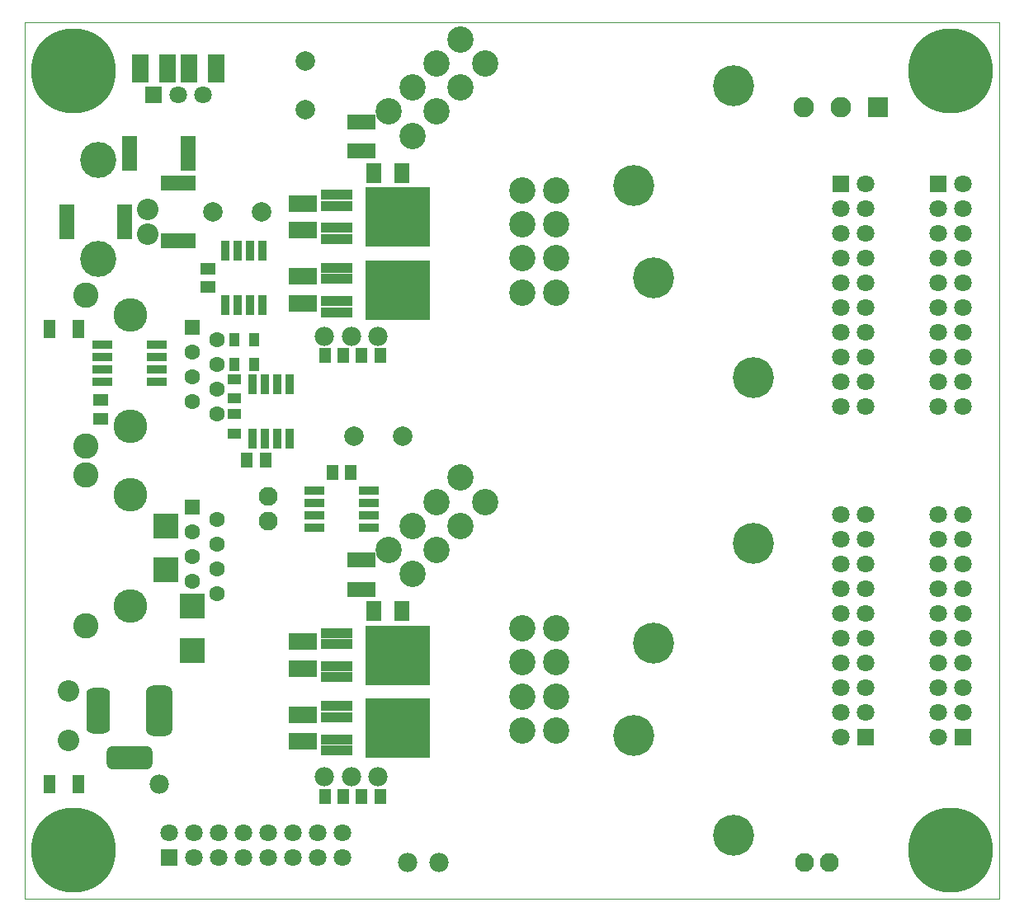
<source format=gbs>
G04 Layer_Color=16711935*
%FSLAX25Y25*%
%MOIN*%
G70*
G01*
G75*
%ADD29C,0.00394*%
%ADD69R,0.05918X0.04737*%
%ADD70R,0.05721X0.04343*%
%ADD71R,0.04737X0.05918*%
%ADD75R,0.06902X0.11824*%
%ADD76R,0.11824X0.06902*%
%ADD77C,0.07690*%
%ADD78C,0.07800*%
%ADD79C,0.07099*%
%ADD80R,0.07099X0.07099*%
%ADD81C,0.07887*%
%ADD82C,0.16548*%
%ADD83C,0.08674*%
%ADD84C,0.13595*%
%ADD85C,0.10249*%
%ADD86C,0.06312*%
%ADD87R,0.06312X0.06312*%
%ADD88C,0.14579*%
%ADD89C,0.10642*%
G04:AMPARAMS|DCode=90|XSize=185.16mil|YSize=96.58mil|CornerRadius=26.15mil|HoleSize=0mil|Usage=FLASHONLY|Rotation=270.000|XOffset=0mil|YOffset=0mil|HoleType=Round|Shape=RoundedRectangle|*
%AMROUNDEDRECTD90*
21,1,0.18516,0.04429,0,0,270.0*
21,1,0.13287,0.09658,0,0,270.0*
1,1,0.05229,-0.02215,-0.06644*
1,1,0.05229,-0.02215,0.06644*
1,1,0.05229,0.02215,0.06644*
1,1,0.05229,0.02215,-0.06644*
%
%ADD90ROUNDEDRECTD90*%
G04:AMPARAMS|DCode=91|XSize=185.16mil|YSize=96.58mil|CornerRadius=26.15mil|HoleSize=0mil|Usage=FLASHONLY|Rotation=0.000|XOffset=0mil|YOffset=0mil|HoleType=Round|Shape=RoundedRectangle|*
%AMROUNDEDRECTD91*
21,1,0.18516,0.04429,0,0,0.0*
21,1,0.13287,0.09658,0,0,0.0*
1,1,0.05229,0.06644,-0.02215*
1,1,0.05229,-0.06644,-0.02215*
1,1,0.05229,-0.06644,0.02215*
1,1,0.05229,0.06644,0.02215*
%
%ADD91ROUNDEDRECTD91*%
G04:AMPARAMS|DCode=92|XSize=204.85mil|YSize=106.42mil|CornerRadius=28.61mil|HoleSize=0mil|Usage=FLASHONLY|Rotation=90.000|XOffset=0mil|YOffset=0mil|HoleType=Round|Shape=RoundedRectangle|*
%AMROUNDEDRECTD92*
21,1,0.20485,0.04921,0,0,90.0*
21,1,0.14764,0.10642,0,0,90.0*
1,1,0.05721,0.02461,0.07382*
1,1,0.05721,0.02461,-0.07382*
1,1,0.05721,-0.02461,-0.07382*
1,1,0.05721,-0.02461,0.07382*
%
%ADD92ROUNDEDRECTD92*%
%ADD93C,0.08280*%
%ADD94R,0.08280X0.08280*%
%ADD95R,0.07099X0.07099*%
%ADD96C,0.34265*%
%ADD97R,0.05131X0.07690*%
%ADD98R,0.03320X0.08280*%
%ADD99R,0.08280X0.03320*%
%ADD100R,0.04343X0.05721*%
%ADD101R,0.11627X0.05918*%
%ADD102R,0.14186X0.06115*%
%ADD103R,0.06115X0.14186*%
%ADD104R,0.12611X0.03950*%
%ADD105R,0.26391X0.24422*%
%ADD106R,0.06312X0.08477*%
%ADD107R,0.09855X0.09855*%
D29*
X0Y-177165D02*
X393701D01*
X0D02*
Y177165D01*
X393701Y-177165D02*
Y177165D01*
X0D02*
X393701D01*
D69*
X30512Y16929D02*
D03*
Y24409D02*
D03*
X73819Y70079D02*
D03*
Y77559D02*
D03*
D70*
X84646Y10827D02*
D03*
Y18701D02*
D03*
Y32854D02*
D03*
Y24980D02*
D03*
D71*
X89764Y0D02*
D03*
X97244D02*
D03*
X136024Y42323D02*
D03*
X143504D02*
D03*
X124213Y-4921D02*
D03*
X131693D02*
D03*
X136024Y-135827D02*
D03*
X143504D02*
D03*
X121260Y42323D02*
D03*
X128740D02*
D03*
X121260Y-135827D02*
D03*
X128740D02*
D03*
D75*
X57579Y158465D02*
D03*
X46752D02*
D03*
X66437D02*
D03*
X77264D02*
D03*
D76*
X112205Y74311D02*
D03*
Y63484D02*
D03*
Y103839D02*
D03*
Y93012D02*
D03*
Y-73327D02*
D03*
Y-84153D02*
D03*
Y-102854D02*
D03*
Y-113681D02*
D03*
D77*
X98425Y-24685D02*
D03*
Y-14685D02*
D03*
X324882Y-162402D02*
D03*
X314882D02*
D03*
D78*
X154528D02*
D03*
X54134Y-130905D02*
D03*
X167323Y-162402D02*
D03*
X131890Y50197D02*
D03*
X121063Y50197D02*
D03*
X142717Y50197D02*
D03*
X142717Y-127953D02*
D03*
X131890D02*
D03*
X121063D02*
D03*
D79*
X72008Y147638D02*
D03*
X62008D02*
D03*
X128347Y-150512D02*
D03*
Y-160512D02*
D03*
X118347Y-150512D02*
D03*
Y-160512D02*
D03*
X108346Y-150512D02*
D03*
Y-160512D02*
D03*
X98347Y-150512D02*
D03*
Y-160512D02*
D03*
X88346Y-150512D02*
D03*
Y-160512D02*
D03*
X78347Y-150512D02*
D03*
Y-160512D02*
D03*
X68347Y-150512D02*
D03*
Y-160512D02*
D03*
X58346Y-150512D02*
D03*
X379016Y111929D02*
D03*
X369016Y101929D02*
D03*
X379016D02*
D03*
X369016Y91929D02*
D03*
X379016D02*
D03*
X369016Y81929D02*
D03*
X379016D02*
D03*
X369016Y71929D02*
D03*
X379016D02*
D03*
X369016Y61929D02*
D03*
X379016D02*
D03*
X369016Y51929D02*
D03*
X379016D02*
D03*
X369016Y41929D02*
D03*
X379016D02*
D03*
X369016Y31929D02*
D03*
X379016D02*
D03*
X369016Y21929D02*
D03*
X379016D02*
D03*
X339646Y111929D02*
D03*
X329646Y101929D02*
D03*
X339646D02*
D03*
X329646Y91929D02*
D03*
X339646D02*
D03*
X329646Y81929D02*
D03*
X339646D02*
D03*
X329646Y71929D02*
D03*
X339646D02*
D03*
X329646Y61929D02*
D03*
X339646D02*
D03*
X329646Y51929D02*
D03*
X339646D02*
D03*
X329646Y41929D02*
D03*
X339646D02*
D03*
X329646Y31929D02*
D03*
X339646D02*
D03*
X329646Y21929D02*
D03*
X339646D02*
D03*
X369016Y-111929D02*
D03*
X379016Y-101929D02*
D03*
X369016D02*
D03*
X379016Y-91929D02*
D03*
X369016D02*
D03*
X379016Y-81929D02*
D03*
X369016D02*
D03*
X379016Y-71929D02*
D03*
X369016D02*
D03*
X379016Y-61929D02*
D03*
X369016D02*
D03*
X379016Y-51929D02*
D03*
X369016D02*
D03*
X379016Y-41929D02*
D03*
X369016D02*
D03*
X379016Y-31929D02*
D03*
X369016D02*
D03*
X379016Y-21929D02*
D03*
X369016D02*
D03*
X329646Y-111929D02*
D03*
X339646Y-101929D02*
D03*
X329646D02*
D03*
X339646Y-91929D02*
D03*
X329646D02*
D03*
X339646Y-81929D02*
D03*
X329646D02*
D03*
X339646Y-71929D02*
D03*
X329646D02*
D03*
X339646Y-61929D02*
D03*
X329646D02*
D03*
X339646Y-51929D02*
D03*
X329646D02*
D03*
X339646Y-41929D02*
D03*
X329646D02*
D03*
X339646Y-31929D02*
D03*
X329646D02*
D03*
X339646Y-21929D02*
D03*
X329646D02*
D03*
D80*
X52008Y147638D02*
D03*
X58346Y-160512D02*
D03*
D81*
X95472Y100394D02*
D03*
X75787D02*
D03*
X113189Y161417D02*
D03*
Y141732D02*
D03*
X132874Y9843D02*
D03*
X152559D02*
D03*
D82*
X294291Y-33465D02*
D03*
X253937Y-73819D02*
D03*
Y73819D02*
D03*
X294291Y33465D02*
D03*
X246063Y-111221D02*
D03*
X286417Y-151575D02*
D03*
Y151575D02*
D03*
X246063Y111221D02*
D03*
D83*
X17717Y-93347D02*
D03*
Y-113347D02*
D03*
X49528Y101378D02*
D03*
Y91378D02*
D03*
D84*
X42677Y13917D02*
D03*
Y58917D02*
D03*
Y-58917D02*
D03*
Y-13917D02*
D03*
D85*
X24685Y5905D02*
D03*
Y66929D02*
D03*
Y-66929D02*
D03*
Y-5905D02*
D03*
D86*
X77677Y18917D02*
D03*
X67677Y23917D02*
D03*
X77677Y28917D02*
D03*
X67677Y33917D02*
D03*
X77677Y38917D02*
D03*
X67677Y43917D02*
D03*
X77677Y48917D02*
D03*
Y-53917D02*
D03*
X67677Y-48917D02*
D03*
X77677Y-43917D02*
D03*
X67677Y-38917D02*
D03*
X77677Y-33917D02*
D03*
X67677Y-28917D02*
D03*
X77677Y-23917D02*
D03*
D87*
X67677Y53917D02*
D03*
Y-18917D02*
D03*
D88*
X29528Y81378D02*
D03*
Y121378D02*
D03*
D89*
X176082Y170176D02*
D03*
X185826Y160432D02*
D03*
X166339D02*
D03*
X176082Y150689D02*
D03*
X156595Y150689D02*
D03*
X166339Y140945D02*
D03*
X146851D02*
D03*
X156595Y131201D02*
D03*
X200787Y67913D02*
D03*
X214567D02*
D03*
X200787Y81693D02*
D03*
X214567D02*
D03*
X200787Y95472D02*
D03*
X214567D02*
D03*
X200787Y109252D02*
D03*
X214567D02*
D03*
X176082Y-6990D02*
D03*
X185826Y-16733D02*
D03*
X166339D02*
D03*
X176082Y-26477D02*
D03*
X156595Y-26477D02*
D03*
X166339Y-36220D02*
D03*
X146851D02*
D03*
X156595Y-45964D02*
D03*
X200787Y-109252D02*
D03*
X214567D02*
D03*
X200787Y-95472D02*
D03*
X214567D02*
D03*
X200787Y-81693D02*
D03*
X214567D02*
D03*
X200787Y-67913D02*
D03*
X214567D02*
D03*
D90*
X29528Y-101378D02*
D03*
D91*
X42323Y-120276D02*
D03*
D92*
X54134Y-101378D02*
D03*
D93*
X314724Y142717D02*
D03*
X329724D02*
D03*
D94*
X344724D02*
D03*
D95*
X369016Y111929D02*
D03*
X329646D02*
D03*
X379016Y-111929D02*
D03*
X339646D02*
D03*
D96*
X19685Y-157480D02*
D03*
Y157480D02*
D03*
X374016Y157480D02*
D03*
Y-157480D02*
D03*
D97*
X9843Y53150D02*
D03*
X21654D02*
D03*
X9843Y-130905D02*
D03*
X21654D02*
D03*
D98*
X106909Y8681D02*
D03*
X101909D02*
D03*
X96909D02*
D03*
X91909D02*
D03*
X106909Y30689D02*
D03*
X101909D02*
D03*
X96909D02*
D03*
X91909D02*
D03*
X96083Y62815D02*
D03*
X91083D02*
D03*
X86083D02*
D03*
X81083D02*
D03*
X96083Y84823D02*
D03*
X91083D02*
D03*
X86083D02*
D03*
X81083D02*
D03*
D99*
X31319Y31870D02*
D03*
Y36870D02*
D03*
Y41870D02*
D03*
Y46870D02*
D03*
X53327Y31870D02*
D03*
Y36870D02*
D03*
Y41870D02*
D03*
Y46870D02*
D03*
X116949Y-27185D02*
D03*
Y-22185D02*
D03*
Y-17185D02*
D03*
Y-12185D02*
D03*
X138957Y-27185D02*
D03*
Y-22185D02*
D03*
Y-17185D02*
D03*
Y-12185D02*
D03*
D100*
X92520Y38917D02*
D03*
X84646D02*
D03*
X92520Y48917D02*
D03*
X84646D02*
D03*
D101*
X135827Y136811D02*
D03*
Y125000D02*
D03*
Y-40354D02*
D03*
Y-52165D02*
D03*
D102*
X62008Y88681D02*
D03*
Y112106D02*
D03*
D103*
X16831Y96457D02*
D03*
X40256D02*
D03*
X65847Y124016D02*
D03*
X42421D02*
D03*
D104*
X125984Y59921D02*
D03*
Y64410D02*
D03*
Y73386D02*
D03*
Y77874D02*
D03*
Y-117244D02*
D03*
Y-112756D02*
D03*
Y-103779D02*
D03*
Y-99291D02*
D03*
Y89449D02*
D03*
Y93937D02*
D03*
Y102913D02*
D03*
Y107402D02*
D03*
Y-87717D02*
D03*
Y-83228D02*
D03*
Y-74252D02*
D03*
Y-69764D02*
D03*
D105*
X150591Y68898D02*
D03*
Y-108268D02*
D03*
Y98425D02*
D03*
Y-78740D02*
D03*
D106*
X152362Y116142D02*
D03*
X140945D02*
D03*
X152362Y-61024D02*
D03*
X140945D02*
D03*
D107*
X57087Y-26575D02*
D03*
Y-44291D02*
D03*
X67677Y-59055D02*
D03*
Y-76772D02*
D03*
M02*

</source>
